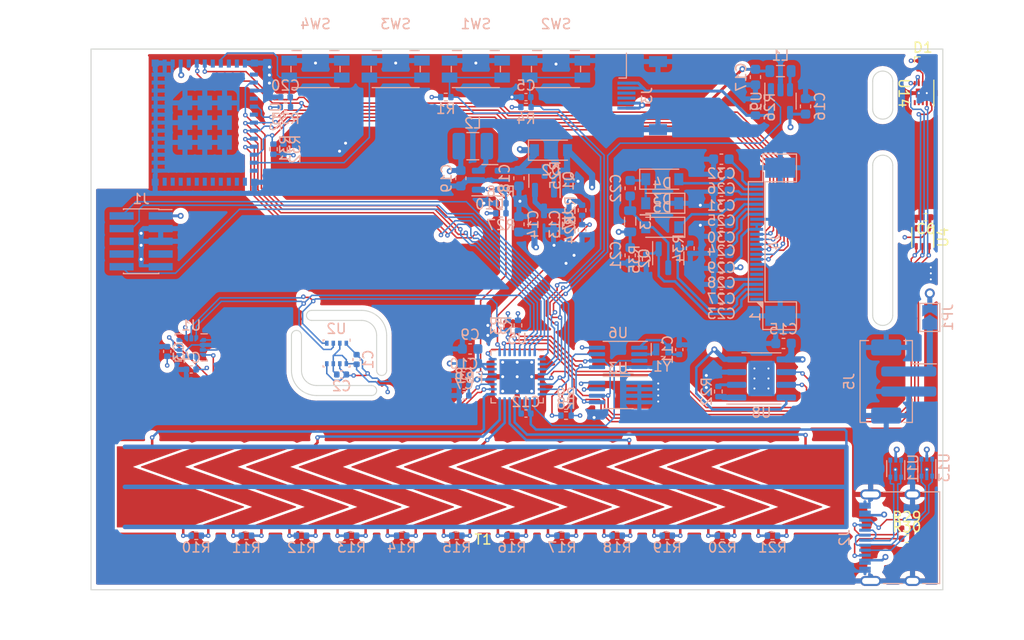
<source format=kicad_pcb>
(kicad_pcb (version 20211014) (generator pcbnew)

  (general
    (thickness 4.69)
  )

  (paper "A4")
  (layers
    (0 "F.Cu" signal)
    (1 "In1.Cu" signal)
    (2 "In2.Cu" signal)
    (31 "B.Cu" signal)
    (32 "B.Adhes" user "B.Adhesive")
    (33 "F.Adhes" user "F.Adhesive")
    (34 "B.Paste" user)
    (35 "F.Paste" user)
    (36 "B.SilkS" user "B.Silkscreen")
    (37 "F.SilkS" user "F.Silkscreen")
    (38 "B.Mask" user)
    (39 "F.Mask" user)
    (40 "Dwgs.User" user "User.Drawings")
    (41 "Cmts.User" user "User.Comments")
    (42 "Eco1.User" user "User.Eco1")
    (43 "Eco2.User" user "User.Eco2")
    (44 "Edge.Cuts" user)
    (45 "Margin" user)
    (46 "B.CrtYd" user "B.Courtyard")
    (47 "F.CrtYd" user "F.Courtyard")
    (48 "B.Fab" user)
    (49 "F.Fab" user)
    (50 "User.1" user)
    (51 "User.2" user)
    (52 "User.3" user)
    (53 "User.4" user)
    (54 "User.5" user)
    (55 "User.6" user)
    (56 "User.7" user)
    (57 "User.8" user)
    (58 "User.9" user)
  )

  (setup
    (stackup
      (layer "F.SilkS" (type "Top Silk Screen"))
      (layer "F.Paste" (type "Top Solder Paste"))
      (layer "F.Mask" (type "Top Solder Mask") (thickness 0.01))
      (layer "F.Cu" (type "copper") (thickness 0.035))
      (layer "dielectric 1" (type "core") (thickness 1.51) (material "FR4") (epsilon_r 4.5) (loss_tangent 0.02))
      (layer "In1.Cu" (type "copper") (thickness 0.035))
      (layer "dielectric 2" (type "prepreg") (thickness 1.51) (material "FR4") (epsilon_r 4.5) (loss_tangent 0.02))
      (layer "In2.Cu" (type "copper") (thickness 0.035))
      (layer "dielectric 3" (type "core") (thickness 1.51) (material "FR4") (epsilon_r 4.5) (loss_tangent 0.02))
      (layer "B.Cu" (type "copper") (thickness 0.035))
      (layer "B.Mask" (type "Bottom Solder Mask") (thickness 0.01))
      (layer "B.Paste" (type "Bottom Solder Paste"))
      (layer "B.SilkS" (type "Bottom Silk Screen"))
      (copper_finish "None")
      (dielectric_constraints yes)
    )
    (pad_to_mask_clearance 0)
    (pcbplotparams
      (layerselection 0x00010fc_ffffffff)
      (disableapertmacros false)
      (usegerberextensions false)
      (usegerberattributes true)
      (usegerberadvancedattributes true)
      (creategerberjobfile true)
      (svguseinch false)
      (svgprecision 6)
      (excludeedgelayer true)
      (plotframeref false)
      (viasonmask false)
      (mode 1)
      (useauxorigin false)
      (hpglpennumber 1)
      (hpglpenspeed 20)
      (hpglpendiameter 15.000000)
      (dxfpolygonmode true)
      (dxfimperialunits true)
      (dxfusepcbnewfont true)
      (psnegative false)
      (psa4output false)
      (plotreference true)
      (plotvalue true)
      (plotinvisibletext false)
      (sketchpadsonfab false)
      (subtractmaskfromsilk false)
      (outputformat 1)
      (mirror false)
      (drillshape 1)
      (scaleselection 1)
      (outputdirectory "")
    )
  )

  (net 0 "")
  (net 1 "VDDF")
  (net 2 "GND")
  (net 3 "/Sensor_Controller/LPC_~{RST}")
  (net 4 "Net-(C10-Pad1)")
  (net 5 "Net-(C11-Pad2)")
  (net 6 "VCC")
  (net 7 "/Power_Management/PS_SWITCH")
  (net 8 "/Power_Management/LED_A")
  (net 9 "VDD")
  (net 10 "Net-(C20-Pad1)")
  (net 11 "Net-(C22-Pad1)")
  (net 12 "Net-(C22-Pad2)")
  (net 13 "Net-(C23-Pad2)")
  (net 14 "Net-(C24-Pad2)")
  (net 15 "/WiFi_Display/PREVGH")
  (net 16 "/WiFi_Display/PREVGL")
  (net 17 "Net-(C27-Pad2)")
  (net 18 "Net-(C29-Pad2)")
  (net 19 "Net-(C30-Pad2)")
  (net 20 "Net-(C31-Pad2)")
  (net 21 "Net-(C32-Pad2)")
  (net 22 "Net-(D1-Pad2)")
  (net 23 "Net-(D1-Pad3)")
  (net 24 "Net-(D1-Pad4)")
  (net 25 "VBUS")
  (net 26 "unconnected-(J3-Pad3)")
  (net 27 "unconnected-(J3-Pad4)")
  (net 28 "/Power_Management/LED_K")
  (net 29 "unconnected-(J4-Pad1)")
  (net 30 "/WiFi_Display/GDR")
  (net 31 "/WiFi_Display/RESE")
  (net 32 "unconnected-(J4-Pad6)")
  (net 33 "unconnected-(J4-Pad7)")
  (net 34 "/WiFi_Display/EPD_BUSY")
  (net 35 "/WiFi_Display/EPD_~{RES}")
  (net 36 "/WiFi_Display/EPD_D{slash}~{C}")
  (net 37 "/WiFi_Display/EPD_CS")
  (net 38 "/WiFi_Display/EPD_SCLK")
  (net 39 "/WiFi_Display/EPD_SDI")
  (net 40 "/Sensor_Controller/LPC_~{ISP}")
  (net 41 "/Sensor_Controller/I2C_SDA")
  (net 42 "/Sensor_Controller/I2C_SCL")
  (net 43 "/Sensor_Controller/LPC_SWDIO")
  (net 44 "/Sensor_Controller/LPC_SWCLK")
  (net 45 "/Sensor_Controller/CAPT_X0")
  (net 46 "Net-(R10-Pad2)")
  (net 47 "Net-(R11-Pad1)")
  (net 48 "/Sensor_Controller/CAPT_X1")
  (net 49 "Net-(R13-Pad2)")
  (net 50 "Net-(R14-Pad2)")
  (net 51 "/Sensor_Controller/CAPT_X2")
  (net 52 "Net-(R16-Pad2)")
  (net 53 "Net-(R17-Pad2)")
  (net 54 "/Sensor_Controller/CAPT_X3")
  (net 55 "Net-(R19-Pad2)")
  (net 56 "Net-(R20-Pad2)")
  (net 57 "/Sensor_Controller/CAPT_X4")
  (net 58 "Net-(R22-Pad1)")
  (net 59 "/Power_Management/ADC_BAT")
  (net 60 "Net-(R27-Pad2)")
  (net 61 "Net-(J2-PadA5)")
  (net 62 "Net-(J2-PadB5)")
  (net 63 "/Sensor_Controller/CAPT_YH")
  (net 64 "/Sensor_Controller/LSM_INT1")
  (net 65 "/Sensor_Controller/LSM_INT2")
  (net 66 "unconnected-(U1-Pad10)")
  (net 67 "unconnected-(U1-Pad11)")
  (net 68 "/Sensor_Controller/SPI_CS")
  (net 69 "/Power_Management/LED_PWM")
  (net 70 "/Sensor_Controller/ALS_INT")
  (net 71 "/Sensor_Controller/RTC_CLKO")
  (net 72 "/Sensor_Controller/RTC_INT")
  (net 73 "/Sensor_Controller/CAPT_YL")
  (net 74 "/Power_Management/DCDC_EN")
  (net 75 "/Power_Management/CHG_~{STBY}")
  (net 76 "/Power_Management/CHG_~{ACT}")
  (net 77 "/Sensor_Controller/SPI_~{INT}")
  (net 78 "/Sensor_Controller/SPI_MISO")
  (net 79 "Net-(U6-Pad2)")
  (net 80 "Net-(L1-Pad1)")
  (net 81 "Net-(L2-Pad1)")
  (net 82 "/WiFi_Display/USB_D+")
  (net 83 "/WiFi_Display/USB_D-")
  (net 84 "unconnected-(U12-Pad4)")
  (net 85 "unconnected-(U12-Pad7)")
  (net 86 "unconnected-(U12-Pad9)")
  (net 87 "unconnected-(U12-Pad10)")
  (net 88 "unconnected-(U12-Pad12)")
  (net 89 "unconnected-(U12-Pad15)")
  (net 90 "unconnected-(U12-Pad17)")
  (net 91 "Net-(SW3-Pad2)")
  (net 92 "unconnected-(U12-Pad24)")
  (net 93 "unconnected-(U12-Pad25)")
  (net 94 "unconnected-(U12-Pad28)")
  (net 95 "unconnected-(U12-Pad29)")
  (net 96 "/WiFi_Display/UART_RX")
  (net 97 "/WiFi_Display/UART_TX")
  (net 98 "unconnected-(U12-Pad32)")
  (net 99 "unconnected-(U12-Pad33)")
  (net 100 "unconnected-(U12-Pad34)")
  (net 101 "unconnected-(U12-Pad35)")
  (net 102 "unconnected-(J1-Pad6)")
  (net 103 "unconnected-(J1-Pad7)")
  (net 104 "unconnected-(J1-Pad8)")
  (net 105 "unconnected-(U4-Pad2)")
  (net 106 "unconnected-(U14-Pad6)")
  (net 107 "unconnected-(U14-Pad7)")
  (net 108 "unconnected-(U14-Pad8)")
  (net 109 "Net-(JP1-Pad1)")
  (net 110 "unconnected-(U8-Pad9)")

  (footprint "Touch_Sensor:CapTouch_Mutual_5X_Slider" (layer "F.Cu") (at 151.125 154.875))

  (footprint "Resistor_SMD:R_0402_1005Metric" (layer "F.Cu") (at 193.4 154.3))

  (footprint "OptoDevice:Lite-On_LTR-303ALS-01" (layer "F.Cu") (at 195 124.2 -90))

  (footprint "Package_DFN_AW:Package_DFN10_1EP_2mmx2mm" (layer "F.Cu") (at 195 109.8 -90))

  (footprint "LED_SMD:LED_Lumex_SML-LX0404SIUPGUSB" (layer "F.Cu") (at 195 107))

  (footprint "Capacitor_SMD:C_0402_1005Metric" (layer "F.Cu") (at 195.3 122.2 180))

  (footprint "Resistor_SMD:R_0402_1005Metric" (layer "F.Cu") (at 193.4 153.3))

  (footprint "Package_SO:MSOP-8_3x3mm_P0.65mm" (layer "B.Cu") (at 164.6 136.2 180))

  (footprint "Capacitor_SMD:C_0402_1005Metric" (layer "B.Cu") (at 170.7 135.42 -90))

  (footprint "Resistor_SMD:R_0402_1005Metric" (layer "B.Cu") (at 180 154))

  (footprint "Resistor_SMD:R_0402_1005Metric" (layer "B.Cu") (at 175 154))

  (footprint "Resistor_SMD:R_0402_1005Metric" (layer "B.Cu") (at 167.4 126.4 -90))

  (footprint "Resistor_SMD:R_0402_1005Metric" (layer "B.Cu") (at 159.4 141 180))

  (footprint "Package_SO:SOIC-8-1EP_3.9x4.9mm_P1.27mm_EP2.62x3.51mm_ThermalVias" (layer "B.Cu") (at 178.9 138.3))

  (footprint "Package_TO_SOT_SMD:SOT-23" (layer "B.Cu") (at 157.25 118.5625 90))

  (footprint "Capacitor_SMD:C_0603_1608Metric" (layer "B.Cu") (at 174.9 124.1))

  (footprint "Resistor_SMD:R_0402_1005Metric" (layer "B.Cu") (at 138 154))

  (footprint "Package_TO_SOT_SMD:SOT-23-5" (layer "B.Cu") (at 180.8 110.6 -90))

  (footprint "Resistor_SMD:R_0402_1005Metric" (layer "B.Cu") (at 174.6 139.6 -90))

  (footprint "Capacitor_SMD:C_0402_1005Metric" (layer "B.Cu") (at 155.4 141.8 180))

  (footprint "Resistor_SMD:R_0402_1005Metric" (layer "B.Cu") (at 131.2 115.4 90))

  (footprint "Resistor_SMD:R_0402_1005Metric" (layer "B.Cu") (at 159 154))

  (footprint "Resistor_SMD:R_0402_1005Metric" (layer "B.Cu") (at 122.5 154))

  (footprint "Capacitor_SMD:C_0603_1608Metric" (layer "B.Cu") (at 174.9 119.6))

  (footprint "Diode_SMD:D_SOD-123" (layer "B.Cu") (at 169 120.8 180))

  (footprint "Resistor_SMD:R_0402_1005Metric" (layer "B.Cu") (at 152.9 120.8 180))

  (footprint "Capacitor_SMD:C_0603_1608Metric" (layer "B.Cu") (at 154.7 118.3 -90))

  (footprint "Jumper:SolderJumper-2_P1.3mm_Open_TrianglePad1.0x1.5mm" (layer "B.Cu") (at 195.7 132.2 90))

  (footprint "Resistor_SMD:R_0402_1005Metric" (layer "B.Cu") (at 161 121.5 -90))

  (footprint "Capacitor_SMD:C_0603_1608Metric" (layer "B.Cu") (at 174.9 125.8))

  (footprint "Package_TO_SOT_SMD:SOT-666" (layer "B.Cu") (at 192.3 147.3 90))

  (footprint "Resistor_SMD:R_0402_1005Metric" (layer "B.Cu") (at 133 154 180))

  (footprint "Button_Switch_SMD:Panasonic_EVQPUJ_EVQPUA" (layer "B.Cu") (at 158.4 107.4 180))

  (footprint "Diode_SMD:D_SOD-123" (layer "B.Cu") (at 157.9 115.5))

  (footprint "Capacitor_SMD:C_0603_1608Metric" (layer "B.Cu") (at 159.7 122.9 -90))

  (footprint "Inductor_SMD:L_0603_1608Metric" (layer "B.Cu") (at 149.8 136.8))

  (footprint "Capacitor_SMD:C_0402_1005Metric" (layer "B.Cu") (at 138.5 136.4 90))

  (footprint "Capacitor_SMD:C_0603_1608Metric" (layer "B.Cu") (at 154.7 122.9 90))

  (footprint "Capacitor_SMD:C_0603_1608Metric" (layer "B.Cu") (at 174.9 130.4))

  (footprint "Resistor_SMD:R_0402_1005Metric" (layer "B.Cu") (at 159.5 118 -90))

  (footprint "Capacitor_SMD:C_0603_1608Metric" (layer "B.Cu") (at 174.9 127.3))

  (footprint "Capacitor_SMD:C_0402_1005Metric" (layer "B.Cu") (at 122 137.4 180))

  (footprint "Package_TO_SOT_SMD:SOT-666" (layer "B.Cu") (at 195.4 147.2 90))

  (footprint "Capacitor_SMD:C_0402_1005Metric" (layer "B.Cu") (at 149.22 140 180))

  (footprint "Capacitor_SMD:C_0603_1608Metric" (layer "B.Cu") (at 174.9 117.9))

  (footprint "Button_Switch_SMD:Panasonic_EVQPUJ_EVQPUA" (layer "B.Cu") (at 150.4 107.4 180))

  (footprint "Inductor_SMD:L_1210_3225Metric" (layer "B.Cu") (at 150.1 115.1 180))

  (footprint "Resistor_SMD:R_0402_1005Metric" (layer "B.Cu") (at 153.6 133 -90))

  (footprint "Capacitor_SMD:C_0402_1005Metric" (layer "B.Cu") (at 137 137.9))

  (footprint "Package_TO_SOT_SMD:SOT-23" (layer "B.Cu") (at 169.6 126.3 -90))

  (footprint "Capacitor_SMD:C_0603_1608Metric" (layer "B.Cu") (at 174.9 122.8))

  (footprint "ESP32_Module:ESP32-C3-MINI-1" (layer "B.Cu") (at 123.35 112.75 -90))

  (footprint "Capacitor_SMD:C_0603_1608Metric" (layer "B.Cu")
    (tedit 5F68FEEE) (tstamp 875f318c-ca2b-41d9-8455-86aa24bccdd8)
    (at 181.1 134.8 180)
    (descr "Capacitor SMD 0603 (1608 Metric), square (rectangular) end terminal, IPC_7351 nominal, (Body size source: IPC-SM-782 page 76, https://www.pcb-3d.com/wordpress/wp-content/uploads/ipc-sm-782a_amendment_1_and_2.pdf), generated with kicad-footprint-generator")
    (tags "capacitor")
    (property "Sheetfile" "power_management.kicad_sch")
    (property "Sheetname" "Power_Management")
    (path "/d0438112-8947-4af3-8b61-fc1421d15cf5/07ce96f0-ebcf-4468-9381-7d40b1b2a8d8")
    (attr smd)
    (fp_text reference "C15" (at 0 1.43) (layer "B.SilkS")
      (effects (font (size 1 1) (thickness 0.15)) (justify mirror))
      (tstamp 59b87915-8700-4b78-82bb-93aa220310a0)
    )
    (fp_text value "4.7uF" (at 0 -1.43) (layer "B.Fab")
      (effects (font (size 1 1) (thickness 0.15)) (justify mirror))
      (tstamp 830822dc-6c19-4aee-bbed-b42bd882f9df)
    )
    (fp_text user "${REFERENCE}" (at 0 0) (layer "B.Fab")
      (effects (font (size 0.4 0.4) (thickness 0.06)) (justify mirror))
      (tstamp 60cc7178-87b8-4b14-ac75-02656e898c92)
    )
    (fp_line (start -0.14058 0.51) (end 0.14058 0.5
... [1763497 chars truncated]
</source>
